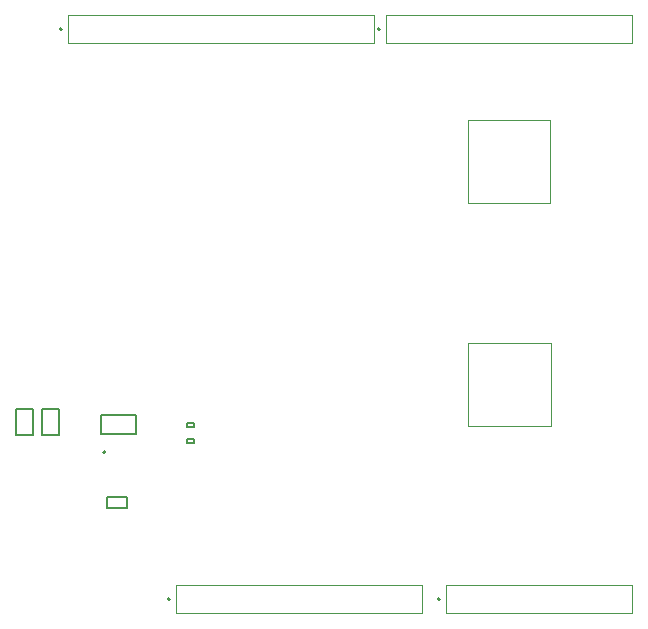
<source format=gbr>
G04*
G04 #@! TF.GenerationSoftware,Altium Limited,Altium Designer,23.0.1 (38)*
G04*
G04 Layer_Color=16711935*
%FSLAX44Y44*%
%MOMM*%
G71*
G04*
G04 #@! TF.SameCoordinates,64DEC9DB-233E-40C6-88A2-80678BC6FC1E*
G04*
G04*
G04 #@! TF.FilePolarity,Positive*
G04*
G01*
G75*
%ADD10C,0.2000*%
%ADD11C,0.1270*%
%ADD32C,0.1000*%
D10*
X171878Y509778D02*
G03*
X171878Y509778I-1000J0D01*
G01*
X491918Y27178D02*
G03*
X491918Y27178I-1000J0D01*
G01*
X263318D02*
G03*
X263318Y27178I-1000J0D01*
G01*
X441118Y509778D02*
G03*
X441118Y509778I-1000J0D01*
G01*
X208605Y151404D02*
G03*
X208605Y151404I-1000J0D01*
G01*
D11*
X283891Y159614D02*
Y163014D01*
X277491Y159614D02*
X283891D01*
X277491D02*
Y163014D01*
X283891D01*
X169299Y166152D02*
Y188152D01*
X154899Y166152D02*
Y188152D01*
X169299D01*
X154899Y166152D02*
X169299D01*
X209965Y104490D02*
Y113490D01*
X226965Y104490D02*
Y113490D01*
X209965D02*
X226965D01*
X209965Y104490D02*
X226965D01*
X147408Y166202D02*
Y188202D01*
X133008Y166202D02*
Y188202D01*
X147408D01*
X133008Y166202D02*
X147408D01*
X277501Y173176D02*
X283901D01*
X277501Y176376D02*
X283901D01*
Y173176D02*
Y176376D01*
X277501Y173176D02*
Y176376D01*
X234105Y167404D02*
Y183404D01*
X205105D02*
X234105D01*
X205105Y167404D02*
Y183404D01*
Y167404D02*
X234105D01*
D32*
X585164Y362764D02*
Y432764D01*
X515164Y362764D02*
X585164D01*
X515164D02*
Y432764D01*
X585164D01*
X585418Y174042D02*
Y244042D01*
X515418Y174042D02*
X585418D01*
X515418D02*
Y244042D01*
X585418D01*
X436128Y497728D02*
Y521828D01*
X177028Y497728D02*
Y521828D01*
Y497728D02*
X436128D01*
X177028Y521828D02*
X436128D01*
X654568Y15128D02*
Y39228D01*
X497068Y15128D02*
Y39228D01*
Y15128D02*
X654568D01*
X497068Y39228D02*
X654568D01*
X476768Y15128D02*
Y39228D01*
X268468Y15128D02*
Y39228D01*
Y15128D02*
X476768D01*
X268468Y39228D02*
X476768D01*
X654568Y497728D02*
Y521828D01*
X446268Y497728D02*
Y521828D01*
Y497728D02*
X654568D01*
X446268Y521828D02*
X654568D01*
M02*

</source>
